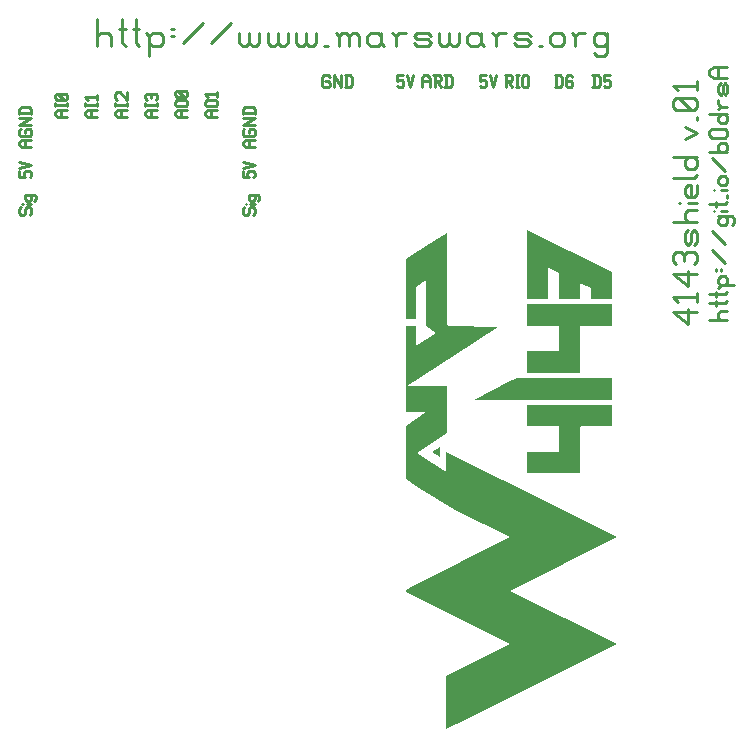
<source format=gbr>
G04 start of page 7 for group -4079 idx -4079 *
G04 Title: 4143shield, topsilk *
G04 Creator: pcb 20110918 *
G04 CreationDate: Thu 22 May 2014 02:26:04 AM GMT UTC *
G04 For: ryan *
G04 Format: Gerber/RS-274X *
G04 PCB-Dimensions: 250000 320000 *
G04 PCB-Coordinate-Origin: lower left *
%MOIN*%
%FSLAX25Y25*%
%LNTOPSILK*%
%ADD40C,0.0100*%
%ADD39C,0.0001*%
G54D39*G36*
X135304Y121841D02*X135381Y122563D01*
X136856Y123420D01*
X170000Y140000D01*
X151771Y149148D01*
X145629Y152663D01*
X139693Y156520D01*
X135375Y159379D01*
X135495Y163410D01*
X135463Y177321D01*
X138804Y179524D01*
X141989Y181716D01*
X135489Y181748D01*
Y210350D01*
X138810D01*
Y203921D01*
X145504Y208213D01*
X142146Y210416D01*
X142108Y225742D01*
X138810Y223642D01*
Y212863D01*
X135478Y212835D01*
X135472Y232643D01*
Y232838D01*
X138370Y234688D01*
X144793Y238817D01*
X149042Y241595D01*
X149085Y211202D01*
X149281Y210556D01*
X149932Y210356D01*
X166175Y210307D01*
X151814Y200959D01*
X146865Y197850D01*
X135554Y190471D01*
X135896Y190445D01*
X143806Y190363D01*
X149020Y190467D01*
X149085Y174857D01*
X144002Y171613D01*
X139010Y168239D01*
X148808Y161978D01*
Y168439D01*
X185663Y149993D01*
X205574Y139995D01*
X170114Y122216D01*
X205574Y104436D01*
X155568Y79420D01*
X148831Y76095D01*
X148808Y93874D01*
X169995Y104442D01*
X135304Y121841D01*
G37*
G36*
X144153Y168527D02*X146583Y170143D01*
Y166991D01*
X144153Y168527D01*
G37*
G36*
X158075Y185925D02*X169446Y191666D01*
X172452Y193120D01*
X203854Y193131D01*
Y185914D01*
X158075Y185925D01*
G37*
G36*
X175750Y161468D02*Y168413D01*
X186303D01*
Y177045D01*
X186308Y177304D01*
X175750Y177299D01*
Y184243D01*
X203886Y184320D01*
X203860Y177273D01*
X193606Y177256D01*
X193335Y176920D01*
X193318Y161420D01*
X175750Y161468D01*
G37*
G36*
X175707Y194780D02*X175729Y201795D01*
X175724Y202039D01*
X186303Y202028D01*
Y210632D01*
X175707Y210616D01*
X175729Y217625D01*
X175724Y217870D01*
X203854Y217853D01*
X203860Y210632D01*
X193313Y210627D01*
Y194802D01*
X175707Y194780D01*
G37*
G36*
Y219503D02*X175761Y242441D01*
X203865Y228384D01*
X203860Y219524D01*
X196861D01*
Y223013D01*
X193410Y224755D01*
X193313Y219524D01*
X186303D01*
X186308Y228298D01*
X182967Y229823D01*
X182711Y229881D01*
X182745Y219492D01*
X175707Y219503D01*
G37*
G54D40*X198000Y294000D02*Y290000D01*
X199300Y294000D02*X200000Y293300D01*
Y290700D01*
X199300Y290000D02*X200000Y290700D01*
X197500Y290000D02*X199300D01*
X197500Y294000D02*X199300D01*
X201200D02*X203200D01*
X201200D02*Y292000D01*
X201700Y292500D01*
X202700D01*
X203200Y292000D01*
Y290500D01*
X202700Y290000D02*X203200Y290500D01*
X201700Y290000D02*X202700D01*
X201200Y290500D02*X201700Y290000D01*
X185500Y294000D02*Y290000D01*
X186800Y294000D02*X187500Y293300D01*
Y290700D01*
X186800Y290000D02*X187500Y290700D01*
X185000Y290000D02*X186800D01*
X185000Y294000D02*X186800D01*
X190200D02*X190700Y293500D01*
X189200Y294000D02*X190200D01*
X188700Y293500D02*X189200Y294000D01*
X188700Y293500D02*Y290500D01*
X189200Y290000D01*
X190200Y292200D02*X190700Y291700D01*
X188700Y292200D02*X190200D01*
X189200Y290000D02*X190200D01*
X190700Y290500D01*
Y291700D02*Y290500D01*
X160000Y294000D02*X162000D01*
X160000D02*Y292000D01*
X160500Y292500D01*
X161500D01*
X162000Y292000D01*
Y290500D01*
X161500Y290000D02*X162000Y290500D01*
X160500Y290000D02*X161500D01*
X160000Y290500D02*X160500Y290000D01*
X163200Y294000D02*X164200Y290000D01*
X165200Y294000D01*
X168200D02*X170200D01*
X170700Y293500D01*
Y292500D01*
X170200Y292000D02*X170700Y292500D01*
X168700Y292000D02*X170200D01*
X168700Y294000D02*Y290000D01*
X169500Y292000D02*X170700Y290000D01*
X171900Y294000D02*X172900D01*
X172400D02*Y290000D01*
X171900D02*X172900D01*
X174100Y293500D02*Y290500D01*
Y293500D02*X174600Y294000D01*
X175600D01*
X176100Y293500D01*
Y290500D01*
X175600Y290000D02*X176100Y290500D01*
X174600Y290000D02*X175600D01*
X174100Y290500D02*X174600Y290000D01*
X132500Y294000D02*X134500D01*
X132500D02*Y292000D01*
X133000Y292500D01*
X134000D01*
X134500Y292000D01*
Y290500D01*
X134000Y290000D02*X134500Y290500D01*
X133000Y290000D02*X134000D01*
X132500Y290500D02*X133000Y290000D01*
X135700Y294000D02*X136700Y290000D01*
X137700Y294000D01*
X140700Y293000D02*Y290000D01*
Y293000D02*X141400Y294000D01*
X142500D01*
X143200Y293000D01*
Y290000D01*
X140700Y292000D02*X143200D01*
X144400Y294000D02*X146400D01*
X146900Y293500D01*
Y292500D01*
X146400Y292000D02*X146900Y292500D01*
X144900Y292000D02*X146400D01*
X144900Y294000D02*Y290000D01*
X145700Y292000D02*X146900Y290000D01*
X148600Y294000D02*Y290000D01*
X149900Y294000D02*X150600Y293300D01*
Y290700D01*
X149900Y290000D02*X150600Y290700D01*
X148100Y290000D02*X149900D01*
X148100Y294000D02*X149900D01*
X109500D02*X110000Y293500D01*
X108000Y294000D02*X109500D01*
X107500Y293500D02*X108000Y294000D01*
X107500Y293500D02*Y290500D01*
X108000Y290000D01*
X109500D01*
X110000Y290500D01*
Y291500D02*Y290500D01*
X109500Y292000D02*X110000Y291500D01*
X108500Y292000D02*X109500D01*
X111200Y294000D02*Y290000D01*
Y294000D02*X113700Y290000D01*
Y294000D02*Y290000D01*
X115400Y294000D02*Y290000D01*
X116700Y294000D02*X117400Y293300D01*
Y290700D01*
X116700Y290000D02*X117400Y290700D01*
X114900Y290000D02*X116700D01*
X114900Y294000D02*X116700D01*
X32500Y312750D02*Y303750D01*
Y307125D02*X33625Y308250D01*
X35875D01*
X37000Y307125D01*
Y303750D01*
X40825Y312750D02*Y304875D01*
X41950Y303750D01*
X39700Y309375D02*X41950D01*
X45325Y312750D02*Y304875D01*
X46450Y303750D01*
X44200Y309375D02*X46450D01*
X49825Y307125D02*Y300375D01*
X48700Y308250D02*X49825Y307125D01*
X50950Y308250D01*
X53200D01*
X54325Y307125D01*
Y304875D01*
X53200Y303750D02*X54325Y304875D01*
X50950Y303750D02*X53200D01*
X49825Y304875D02*X50950Y303750D01*
X57025Y309375D02*X58150D01*
X57025Y307125D02*X58150D01*
X60850Y304875D02*X67600Y311625D01*
X70300Y304875D02*X77050Y311625D01*
X79750Y308250D02*Y304875D01*
X80875Y303750D01*
X82000D01*
X83125Y304875D01*
Y308250D02*Y304875D01*
X84250Y303750D01*
X85375D01*
X86500Y304875D01*
Y308250D02*Y304875D01*
X89200Y308250D02*Y304875D01*
X90325Y303750D01*
X91450D01*
X92575Y304875D01*
Y308250D02*Y304875D01*
X93700Y303750D01*
X94825D01*
X95950Y304875D01*
Y308250D02*Y304875D01*
X98650Y308250D02*Y304875D01*
X99775Y303750D01*
X100900D01*
X102025Y304875D01*
Y308250D02*Y304875D01*
X103150Y303750D01*
X104275D01*
X105400Y304875D01*
Y308250D02*Y304875D01*
X108100Y303750D02*X109225D01*
X113050Y307125D02*Y303750D01*
Y307125D02*X114175Y308250D01*
X115300D01*
X116425Y307125D01*
Y303750D01*
Y307125D02*X117550Y308250D01*
X118675D01*
X119800Y307125D01*
Y303750D01*
X111925Y308250D02*X113050Y307125D01*
X125875Y308250D02*X127000Y307125D01*
X123625Y308250D02*X125875D01*
X122500Y307125D02*X123625Y308250D01*
X122500Y307125D02*Y304875D01*
X123625Y303750D01*
X127000Y308250D02*Y304875D01*
X128125Y303750D01*
X123625D02*X125875D01*
X127000Y304875D01*
X131950Y307125D02*Y303750D01*
Y307125D02*X133075Y308250D01*
X135325D01*
X130825D02*X131950Y307125D01*
X139150Y303750D02*X142525D01*
X143650Y304875D01*
X142525Y306000D02*X143650Y304875D01*
X139150Y306000D02*X142525D01*
X138025Y307125D02*X139150Y306000D01*
X138025Y307125D02*X139150Y308250D01*
X142525D01*
X143650Y307125D01*
X138025Y304875D02*X139150Y303750D01*
X146350Y308250D02*Y304875D01*
X147475Y303750D01*
X148600D01*
X149725Y304875D01*
Y308250D02*Y304875D01*
X150850Y303750D01*
X151975D01*
X153100Y304875D01*
Y308250D02*Y304875D01*
X159175Y308250D02*X160300Y307125D01*
X156925Y308250D02*X159175D01*
X155800Y307125D02*X156925Y308250D01*
X155800Y307125D02*Y304875D01*
X156925Y303750D01*
X160300Y308250D02*Y304875D01*
X161425Y303750D01*
X156925D02*X159175D01*
X160300Y304875D01*
X165250Y307125D02*Y303750D01*
Y307125D02*X166375Y308250D01*
X168625D01*
X164125D02*X165250Y307125D01*
X172450Y303750D02*X175825D01*
X176950Y304875D01*
X175825Y306000D02*X176950Y304875D01*
X172450Y306000D02*X175825D01*
X171325Y307125D02*X172450Y306000D01*
X171325Y307125D02*X172450Y308250D01*
X175825D01*
X176950Y307125D01*
X171325Y304875D02*X172450Y303750D01*
X179650D02*X180775D01*
X183475Y307125D02*Y304875D01*
Y307125D02*X184600Y308250D01*
X186850D01*
X187975Y307125D01*
Y304875D01*
X186850Y303750D02*X187975Y304875D01*
X184600Y303750D02*X186850D01*
X183475Y304875D02*X184600Y303750D01*
X191800Y307125D02*Y303750D01*
Y307125D02*X192925Y308250D01*
X195175D01*
X190675D02*X191800Y307125D01*
X201250Y308250D02*X202375Y307125D01*
X199000Y308250D02*X201250D01*
X197875Y307125D02*X199000Y308250D01*
X197875Y307125D02*Y304875D01*
X199000Y303750D01*
X201250D01*
X202375Y304875D01*
X197875Y301500D02*X199000Y300375D01*
X201250D01*
X202375Y301500D01*
Y308250D02*Y301500D01*
X82000Y270000D02*X85000D01*
X82000D02*X81000Y270700D01*
Y271800D02*Y270700D01*
Y271800D02*X82000Y272500D01*
X85000D01*
X83000D02*Y270000D01*
X81000Y275700D02*X81500Y276200D01*
X81000Y275700D02*Y274200D01*
X81500Y273700D02*X81000Y274200D01*
X81500Y273700D02*X84500D01*
X85000Y274200D01*
Y275700D02*Y274200D01*
Y275700D02*X84500Y276200D01*
X83500D02*X84500D01*
X83000Y275700D02*X83500Y276200D01*
X83000Y275700D02*Y274700D01*
X81000Y277400D02*X85000D01*
X81000D02*X85000Y279900D01*
X81000D02*X85000D01*
X81000Y281600D02*X85000D01*
X81000Y282900D02*X81700Y283600D01*
X84300D01*
X85000Y282900D02*X84300Y283600D01*
X85000Y282900D02*Y281100D01*
X81000Y282900D02*Y281100D01*
Y262000D02*Y260000D01*
X83000D01*
X82500Y260500D01*
Y261500D02*Y260500D01*
Y261500D02*X83000Y262000D01*
X84500D01*
X85000Y261500D02*X84500Y262000D01*
X85000Y261500D02*Y260500D01*
X84500Y260000D02*X85000Y260500D01*
X81000Y263200D02*X85000Y264200D01*
X81000Y265200D01*
Y249500D02*X81500Y250000D01*
X81000Y249500D02*Y248000D01*
X81500Y247500D02*X81000Y248000D01*
X81500Y247500D02*X82500D01*
X83000Y248000D01*
Y249500D02*Y248000D01*
Y249500D02*X83500Y250000D01*
X84500D01*
X85000Y249500D02*X84500Y250000D01*
X85000Y249500D02*Y248000D01*
X84500Y247500D02*X85000Y248000D01*
X82000Y251200D02*X82100D01*
X83500D02*X85000D01*
X83000Y253700D02*X83500Y254200D01*
X83000Y253700D02*Y252700D01*
X83500Y252200D02*X83000Y252700D01*
X83500Y252200D02*X84500D01*
X85000Y252700D01*
Y253700D02*Y252700D01*
Y253700D02*X84500Y254200D01*
X86000Y252200D02*X86500Y252700D01*
Y253700D02*Y252700D01*
Y253700D02*X86000Y254200D01*
X83000D02*X86000D01*
X69500Y280000D02*X72500D01*
X69500D02*X68500Y280700D01*
Y281800D02*Y280700D01*
Y281800D02*X69500Y282500D01*
X72500D01*
X70500D02*Y280000D01*
X69000Y283700D02*X72000D01*
X69000D02*X68500Y284200D01*
Y285200D02*Y284200D01*
Y285200D02*X69000Y285700D01*
X72000D01*
X72500Y285200D02*X72000Y285700D01*
X72500Y285200D02*Y284200D01*
X72000Y283700D02*X72500Y284200D01*
X69300Y286900D02*X68500Y287700D01*
X72500D01*
Y288400D02*Y286900D01*
X59500Y280000D02*X62500D01*
X59500D02*X58500Y280700D01*
Y281800D02*Y280700D01*
Y281800D02*X59500Y282500D01*
X62500D01*
X60500D02*Y280000D01*
X59000Y283700D02*X62000D01*
X59000D02*X58500Y284200D01*
Y285200D02*Y284200D01*
Y285200D02*X59000Y285700D01*
X62000D01*
X62500Y285200D02*X62000Y285700D01*
X62500Y285200D02*Y284200D01*
X62000Y283700D02*X62500Y284200D01*
X62000Y286900D02*X62500Y287400D01*
X59000Y286900D02*X62000D01*
X59000D02*X58500Y287400D01*
Y288400D02*Y287400D01*
Y288400D02*X59000Y288900D01*
X62000D01*
X62500Y288400D02*X62000Y288900D01*
X62500Y288400D02*Y287400D01*
X61500Y286900D02*X59500Y288900D01*
X49500Y280000D02*X52500D01*
X49500D02*X48500Y280700D01*
Y281800D02*Y280700D01*
Y281800D02*X49500Y282500D01*
X52500D01*
X50500D02*Y280000D01*
X48500Y284700D02*Y283700D01*
Y284200D02*X52500D01*
Y284700D02*Y283700D01*
X49000Y285900D02*X48500Y286400D01*
Y287400D02*Y286400D01*
Y287400D02*X49000Y287900D01*
X52500Y287400D02*X52000Y287900D01*
X52500Y287400D02*Y286400D01*
X52000Y285900D02*X52500Y286400D01*
X50300Y287400D02*Y286400D01*
X49000Y287900D02*X49800D01*
X50800D02*X52000D01*
X50800D02*X50300Y287400D01*
X49800Y287900D02*X50300Y287400D01*
X39500Y280000D02*X42500D01*
X39500D02*X38500Y280700D01*
Y281800D02*Y280700D01*
Y281800D02*X39500Y282500D01*
X42500D01*
X40500D02*Y280000D01*
X38500Y284700D02*Y283700D01*
Y284200D02*X42500D01*
Y284700D02*Y283700D01*
X39000Y285900D02*X38500Y286400D01*
Y287900D02*Y286400D01*
Y287900D02*X39000Y288400D01*
X40000D01*
X42500Y285900D02*X40000Y288400D01*
X42500D02*Y285900D01*
X29500Y280000D02*X32500D01*
X29500D02*X28500Y280700D01*
Y281800D02*Y280700D01*
Y281800D02*X29500Y282500D01*
X32500D01*
X30500D02*Y280000D01*
X28500Y284700D02*Y283700D01*
Y284200D02*X32500D01*
Y284700D02*Y283700D01*
X29300Y285900D02*X28500Y286700D01*
X32500D01*
Y287400D02*Y285900D01*
X19500Y280000D02*X22500D01*
X19500D02*X18500Y280700D01*
Y281800D02*Y280700D01*
Y281800D02*X19500Y282500D01*
X22500D01*
X20500D02*Y280000D01*
X18500Y284700D02*Y283700D01*
Y284200D02*X22500D01*
Y284700D02*Y283700D01*
X22000Y285900D02*X22500Y286400D01*
X19000Y285900D02*X22000D01*
X19000D02*X18500Y286400D01*
Y287400D02*Y286400D01*
Y287400D02*X19000Y287900D01*
X22000D01*
X22500Y287400D02*X22000Y287900D01*
X22500Y287400D02*Y286400D01*
X21500Y285900D02*X19500Y287900D01*
X6500Y249500D02*X7000Y250000D01*
X6500Y249500D02*Y248000D01*
X7000Y247500D02*X6500Y248000D01*
X7000Y247500D02*X8000D01*
X8500Y248000D01*
Y249500D02*Y248000D01*
Y249500D02*X9000Y250000D01*
X10000D01*
X10500Y249500D02*X10000Y250000D01*
X10500Y249500D02*Y248000D01*
X10000Y247500D02*X10500Y248000D01*
X7500Y251200D02*X7600D01*
X9000D02*X10500D01*
X8500Y253700D02*X9000Y254200D01*
X8500Y253700D02*Y252700D01*
X9000Y252200D02*X8500Y252700D01*
X9000Y252200D02*X10000D01*
X10500Y252700D01*
Y253700D02*Y252700D01*
Y253700D02*X10000Y254200D01*
X11500Y252200D02*X12000Y252700D01*
Y253700D02*Y252700D01*
Y253700D02*X11500Y254200D01*
X8500D02*X11500D01*
X6500Y262000D02*Y260000D01*
X8500D01*
X8000Y260500D01*
Y261500D02*Y260500D01*
Y261500D02*X8500Y262000D01*
X10000D01*
X10500Y261500D02*X10000Y262000D01*
X10500Y261500D02*Y260500D01*
X10000Y260000D02*X10500Y260500D01*
X6500Y263200D02*X10500Y264200D01*
X6500Y265200D01*
X7500Y270000D02*X10500D01*
X7500D02*X6500Y270700D01*
Y271800D02*Y270700D01*
Y271800D02*X7500Y272500D01*
X10500D01*
X8500D02*Y270000D01*
X6500Y275700D02*X7000Y276200D01*
X6500Y275700D02*Y274200D01*
X7000Y273700D02*X6500Y274200D01*
X7000Y273700D02*X10000D01*
X10500Y274200D01*
Y275700D02*Y274200D01*
Y275700D02*X10000Y276200D01*
X9000D02*X10000D01*
X8500Y275700D02*X9000Y276200D01*
X8500Y275700D02*Y274700D01*
X6500Y277400D02*X10500D01*
X6500D02*X10500Y279900D01*
X6500D02*X10500D01*
X6500Y281600D02*X10500D01*
X6500Y282900D02*X7200Y283600D01*
X9800D01*
X10500Y282900D02*X9800Y283600D01*
X10500Y282900D02*Y281100D01*
X6500Y282900D02*Y281100D01*
X229500Y211000D02*X224500Y215000D01*
X229500Y216000D02*Y211000D01*
X224500Y215000D02*X232500D01*
X226100Y218400D02*X224500Y220000D01*
X232500D01*
Y221400D02*Y218400D01*
X229500Y223800D02*X224500Y227800D01*
X229500Y228800D02*Y223800D01*
X224500Y227800D02*X232500D01*
X225500Y231200D02*X224500Y232200D01*
Y234200D02*Y232200D01*
Y234200D02*X225500Y235200D01*
X232500Y234200D02*X231500Y235200D01*
X232500Y234200D02*Y232200D01*
X231500Y231200D02*X232500Y232200D01*
X228100Y234200D02*Y232200D01*
X225500Y235200D02*X227100D01*
X229100D02*X231500D01*
X229100D02*X228100Y234200D01*
X227100Y235200D02*X228100Y234200D01*
X232500Y241600D02*Y238600D01*
Y241600D02*X231500Y242600D01*
X230500Y241600D02*X231500Y242600D01*
X230500Y241600D02*Y238600D01*
X229500Y237600D02*X230500Y238600D01*
X229500Y237600D02*X228500Y238600D01*
Y241600D02*Y238600D01*
Y241600D02*X229500Y242600D01*
X231500Y237600D02*X232500Y238600D01*
X224500Y245000D02*X232500D01*
X229500D02*X228500Y246000D01*
Y248000D02*Y246000D01*
Y248000D02*X229500Y249000D01*
X232500D01*
X226500Y251400D02*X226700D01*
X229500D02*X232500D01*
Y257400D02*Y254400D01*
X231500Y253400D02*X232500Y254400D01*
X229500Y253400D02*X231500D01*
X229500D02*X228500Y254400D01*
Y256400D02*Y254400D01*
Y256400D02*X229500Y257400D01*
X230500D02*Y253400D01*
X229500Y257400D02*X230500D01*
X224500Y259800D02*X231500D01*
X232500Y260800D01*
X224500Y266800D02*X232500D01*
Y265800D02*X231500Y266800D01*
X232500Y265800D02*Y263800D01*
X231500Y262800D02*X232500Y263800D01*
X229500Y262800D02*X231500D01*
X229500D02*X228500Y263800D01*
Y265800D02*Y263800D01*
Y265800D02*X229500Y266800D01*
X228500Y272800D02*X232500Y274800D01*
X228500Y276800D02*X232500Y274800D01*
Y280200D02*Y279200D01*
X231500Y282600D02*X232500Y283600D01*
X225500Y282600D02*X231500D01*
X225500D02*X224500Y283600D01*
Y285600D02*Y283600D01*
Y285600D02*X225500Y286600D01*
X231500D01*
X232500Y285600D02*X231500Y286600D01*
X232500Y285600D02*Y283600D01*
X230500Y282600D02*X226500Y286600D01*
X226100Y289000D02*X224500Y290600D01*
X232500D01*
Y292000D02*Y289000D01*
X236500Y212500D02*X242500D01*
X240250D02*X239500Y213250D01*
Y214750D02*Y213250D01*
Y214750D02*X240250Y215500D01*
X242500D01*
X236500Y218050D02*X241750D01*
X242500Y218800D01*
X238750D02*Y217300D01*
X236500Y221050D02*X241750D01*
X242500Y221800D01*
X238750D02*Y220300D01*
X240250Y224050D02*X244750D01*
X239500Y223300D02*X240250Y224050D01*
X239500Y224800D01*
Y226300D02*Y224800D01*
Y226300D02*X240250Y227050D01*
X241750D01*
X242500Y226300D02*X241750Y227050D01*
X242500Y226300D02*Y224800D01*
X241750Y224050D02*X242500Y224800D01*
X238750Y229600D02*Y228850D01*
X240250Y229600D02*Y228850D01*
X241750Y231400D02*X237250Y235900D01*
X241750Y237700D02*X237250Y242200D01*
X239500Y246250D02*X240250Y247000D01*
X239500Y246250D02*Y244750D01*
X240250Y244000D02*X239500Y244750D01*
X240250Y244000D02*X241750D01*
X242500Y244750D01*
Y246250D02*Y244750D01*
Y246250D02*X241750Y247000D01*
X244000Y244000D02*X244750Y244750D01*
Y246250D02*Y244750D01*
Y246250D02*X244000Y247000D01*
X239500D02*X244000D01*
X238000Y248800D02*X238150D01*
X240250D02*X242500D01*
X236500Y251050D02*X241750D01*
X242500Y251800D01*
X238750D02*Y250300D01*
X242500Y254050D02*Y253300D01*
X238000Y255850D02*X238150D01*
X240250D02*X242500D01*
X240250Y257350D02*X241750D01*
X240250D02*X239500Y258100D01*
Y259600D02*Y258100D01*
Y259600D02*X240250Y260350D01*
X241750D01*
X242500Y259600D02*X241750Y260350D01*
X242500Y259600D02*Y258100D01*
X241750Y257350D02*X242500Y258100D01*
X241750Y262150D02*X237250Y266650D01*
X236500Y268450D02*X242500D01*
X241750D02*X242500Y269200D01*
Y270700D02*Y269200D01*
Y270700D02*X241750Y271450D01*
X240250D02*X241750D01*
X239500Y270700D02*X240250Y271450D01*
X239500Y270700D02*Y269200D01*
X240250Y268450D02*X239500Y269200D01*
X237250Y273250D02*X241750D01*
X237250D02*X236500Y274000D01*
Y275500D02*Y274000D01*
Y275500D02*X237250Y276250D01*
X241750D01*
X242500Y275500D02*X241750Y276250D01*
X242500Y275500D02*Y274000D01*
X241750Y273250D02*X242500Y274000D01*
X236500Y281050D02*X242500D01*
Y280300D02*X241750Y281050D01*
X242500Y280300D02*Y278800D01*
X241750Y278050D02*X242500Y278800D01*
X240250Y278050D02*X241750D01*
X240250D02*X239500Y278800D01*
Y280300D02*Y278800D01*
Y280300D02*X240250Y281050D01*
Y283600D02*X242500D01*
X240250D02*X239500Y284350D01*
Y285850D02*Y284350D01*
Y282850D02*X240250Y283600D01*
X242500Y290650D02*Y288400D01*
Y290650D02*X241750Y291400D01*
X241000Y290650D02*X241750Y291400D01*
X241000Y290650D02*Y288400D01*
X240250Y287650D02*X241000Y288400D01*
X240250Y287650D02*X239500Y288400D01*
Y290650D02*Y288400D01*
Y290650D02*X240250Y291400D01*
X241750Y287650D02*X242500Y288400D01*
X238000Y293200D02*X242500D01*
X238000D02*X236500Y294250D01*
Y295900D02*Y294250D01*
Y295900D02*X238000Y296950D01*
X242500D01*
X239500D02*Y293200D01*
M02*

</source>
